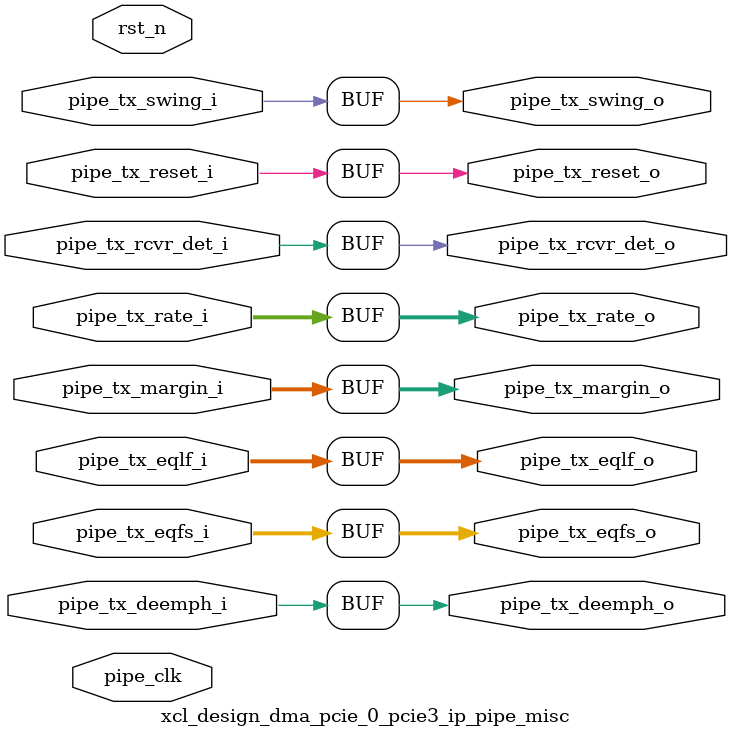
<source format=v>


`timescale 1ps/1ps

(* DowngradeIPIdentifiedWarnings = "yes" *)
module xcl_design_dma_pcie_0_pcie3_ip_pipe_misc 
 #(
  parameter TCQ = 100,
  parameter PIPE_PIPELINE_STAGES = 0
  ) (
  input  wire         pipe_tx_rcvr_det_i,
  input  wire         pipe_tx_reset_i,
  input  wire   [1:0] pipe_tx_rate_i,
  input  wire         pipe_tx_deemph_i,
  input  wire   [2:0] pipe_tx_margin_i,
  input  wire         pipe_tx_swing_i,
  input  wire   [5:0] pipe_tx_eqfs_i,
  input  wire   [5:0] pipe_tx_eqlf_i,
  output wire         pipe_tx_rcvr_det_o,
  output wire         pipe_tx_reset_o,
  output wire   [1:0] pipe_tx_rate_o,
  output wire         pipe_tx_deemph_o,
  output wire   [2:0] pipe_tx_margin_o,
  output wire         pipe_tx_swing_o,
  output wire   [5:0] pipe_tx_eqfs_o,
  output wire   [5:0] pipe_tx_eqlf_o,
  input  wire         pipe_clk,
  input  wire         rst_n
  );

  reg                 pipe_tx_rcvr_det_q;
  reg                 pipe_tx_reset_q;
  reg           [1:0] pipe_tx_rate_q;
  reg                 pipe_tx_deemph_q;
  reg           [2:0] pipe_tx_margin_q;
  reg                 pipe_tx_swing_q;
  reg           [5:0] pipe_tx_eqfs_q;
  reg           [5:0] pipe_tx_eqlf_q;
  reg                 pipe_tx_rcvr_det_qq;
  reg                 pipe_tx_reset_qq;
  reg           [1:0] pipe_tx_rate_qq;
  reg                 pipe_tx_deemph_qq;
  reg           [2:0] pipe_tx_margin_qq;
  reg                 pipe_tx_swing_qq;
  reg           [5:0] pipe_tx_eqfs_qq;
  reg           [5:0] pipe_tx_eqlf_qq;

  generate
    if (PIPE_PIPELINE_STAGES == 0)
    begin : pipe_stages_0
      assign pipe_tx_rcvr_det_o = pipe_tx_rcvr_det_i;
      assign pipe_tx_reset_o = pipe_tx_reset_i;
      assign pipe_tx_rate_o = pipe_tx_rate_i;
      assign pipe_tx_deemph_o = pipe_tx_deemph_i;
      assign pipe_tx_margin_o = pipe_tx_margin_i;
      assign pipe_tx_swing_o = pipe_tx_swing_i;
      assign pipe_tx_eqfs_o = pipe_tx_eqfs_i;
      assign pipe_tx_eqlf_o = pipe_tx_eqlf_i;
    end
    else if (PIPE_PIPELINE_STAGES == 1)
    begin : pipe_stages_1
      always @(posedge pipe_clk)
      begin
        if (!rst_n)
        begin
          pipe_tx_rcvr_det_q <= #TCQ 1'b0;
          pipe_tx_reset_q <= #TCQ 1'b1;
          pipe_tx_rate_q <= #TCQ 2'b0;
          pipe_tx_deemph_q <= #TCQ 1'b1;
          pipe_tx_margin_q <= #TCQ 3'b0;
          pipe_tx_swing_q <= #TCQ 1'b0;
          pipe_tx_eqfs_q <= #TCQ 5'b0;
          pipe_tx_eqlf_q <= #TCQ 5'b0;
        end
        else
        begin
          pipe_tx_rcvr_det_q <= #TCQ pipe_tx_rcvr_det_i;
          pipe_tx_reset_q <= #TCQ pipe_tx_reset_i;
          pipe_tx_rate_q <= #TCQ pipe_tx_rate_i;
          pipe_tx_deemph_q <= #TCQ pipe_tx_deemph_i;
          pipe_tx_margin_q <= #TCQ pipe_tx_margin_i;
          pipe_tx_swing_q <= #TCQ pipe_tx_swing_i;
          pipe_tx_eqfs_q <= #TCQ pipe_tx_eqfs_i;
          pipe_tx_eqlf_q <= #TCQ pipe_tx_eqlf_i;
        end
      end
      assign pipe_tx_rcvr_det_o = pipe_tx_rcvr_det_q;
      assign pipe_tx_reset_o = pipe_tx_reset_q;
      assign pipe_tx_rate_o = pipe_tx_rate_q;
      assign pipe_tx_deemph_o = pipe_tx_deemph_q;
      assign pipe_tx_margin_o = pipe_tx_margin_q;
      assign pipe_tx_swing_o = pipe_tx_swing_q;
      assign pipe_tx_eqfs_o = pipe_tx_eqfs_q;
      assign pipe_tx_eqlf_o = pipe_tx_eqlf_q;
    end
    else if (PIPE_PIPELINE_STAGES == 2)
    begin : pipe_stages_2
      always @(posedge pipe_clk)
      begin
        if (!rst_n)
        begin
          pipe_tx_rcvr_det_q <= #TCQ 1'b0;
          pipe_tx_reset_q <= #TCQ 1'b1;
          pipe_tx_rate_q <= #TCQ 2'b0;
          pipe_tx_deemph_q <= #TCQ 1'b1;
          pipe_tx_margin_q <= #TCQ 1'b0;
          pipe_tx_swing_q <= #TCQ 1'b0;
          pipe_tx_eqfs_q <= #TCQ 5'b0;
          pipe_tx_eqlf_q <= #TCQ 5'b0;
          pipe_tx_rcvr_det_qq <= #TCQ 1'b0;
          pipe_tx_reset_qq <= #TCQ 1'b1;
          pipe_tx_rate_qq <= #TCQ 2'b0;
          pipe_tx_deemph_qq <= #TCQ 1'b1;
          pipe_tx_margin_qq <= #TCQ 1'b0;
          pipe_tx_swing_qq <= #TCQ 1'b0;
          pipe_tx_eqfs_qq <= #TCQ 5'b0;
          pipe_tx_eqlf_qq <= #TCQ 5'b0;
        end
        else
        begin
          pipe_tx_rcvr_det_q <= #TCQ pipe_tx_rcvr_det_i;
          pipe_tx_reset_q <= #TCQ pipe_tx_reset_i;
          pipe_tx_rate_q <= #TCQ pipe_tx_rate_i;
          pipe_tx_deemph_q <= #TCQ pipe_tx_deemph_i;
          pipe_tx_margin_q <= #TCQ pipe_tx_margin_i;
          pipe_tx_swing_q <= #TCQ pipe_tx_swing_i;
          pipe_tx_eqfs_q <= #TCQ pipe_tx_eqfs_i;
          pipe_tx_eqlf_q <= #TCQ pipe_tx_eqlf_i;
          pipe_tx_rcvr_det_qq <= #TCQ pipe_tx_rcvr_det_q;
          pipe_tx_reset_qq <= #TCQ pipe_tx_reset_q;
          pipe_tx_rate_qq <= #TCQ pipe_tx_rate_q;
          pipe_tx_deemph_qq <= #TCQ pipe_tx_deemph_q;
          pipe_tx_margin_qq <= #TCQ pipe_tx_margin_q;
          pipe_tx_swing_qq <= #TCQ pipe_tx_swing_q;
          pipe_tx_eqfs_qq <= #TCQ pipe_tx_eqfs_q;
          pipe_tx_eqlf_qq <= #TCQ pipe_tx_eqlf_q;
        end
      end
      assign pipe_tx_rcvr_det_o = pipe_tx_rcvr_det_qq;
      assign pipe_tx_reset_o = pipe_tx_reset_qq;
      assign pipe_tx_rate_o = pipe_tx_rate_qq;
      assign pipe_tx_deemph_o = pipe_tx_deemph_qq;
      assign pipe_tx_margin_o = pipe_tx_margin_qq;
      assign pipe_tx_swing_o = pipe_tx_swing_qq;
      assign pipe_tx_eqfs_o = pipe_tx_eqfs_qq;
      assign pipe_tx_eqlf_o = pipe_tx_eqlf_qq;
    end
    else
    begin
      assign pipe_tx_rcvr_det_o = pipe_tx_rcvr_det_i;
      assign pipe_tx_reset_o = pipe_tx_reset_i;
      assign pipe_tx_rate_o = pipe_tx_rate_i;
      assign pipe_tx_deemph_o = pipe_tx_deemph_i;
      assign pipe_tx_margin_o = pipe_tx_margin_i;
      assign pipe_tx_swing_o = pipe_tx_swing_i;
      assign pipe_tx_eqfs_o = pipe_tx_eqfs_i;
      assign pipe_tx_eqlf_o = pipe_tx_eqlf_i;
    end
  endgenerate

endmodule

</source>
